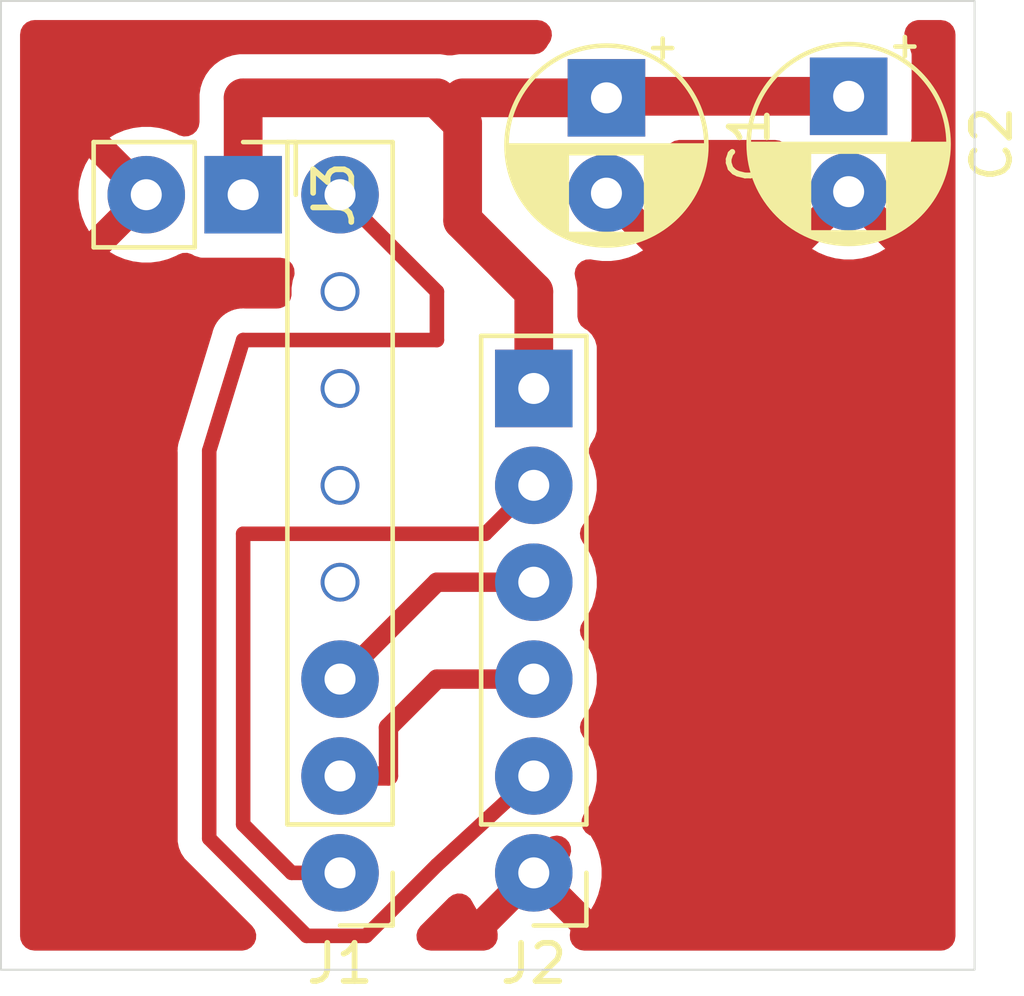
<source format=kicad_pcb>
(kicad_pcb (version 20241229) (generator "pcbnew") (generator_version "9.0")
  (layers (0 "F.Cu" signal) (2 "B.Cu" signal) (13 "F.Paste" user) (15 "B.Paste" user) (5 "F.SilkS" user "F.Silkscreen") (7 "B.SilkS" user "B.Silkscreen") (1 "F.Mask" user) (3 "B.Mask" user) (25 "Edge.Cuts" user))
  (net 0 "")
  (net 1 "G")
  (net 2 "3V3")
  (net 4 "MOSI")
  (net 6 "CLK")
  (net 9 "CS")
  (net 10 "MISO")
  (footprint "Connector_PinHeader_2.54mm:PinHeader_1x08_P2.54mm_Vertical" (layer "F.Cu") (at 8.89 22.86 180)
    (property "Reference" "J1" (at 0 -2.38 0) (layer "F.SilkS"))
    (property "Value" "esp_23-5")
    (fp_line (start 1.38 1.27) (end 1.38 19.16) (stroke (width 0.12)) (layer "F.SilkS"))
    (fp_line (start -1.38 19.16) (end 1.38 19.16) (stroke (width 0.12)) (layer "F.SilkS"))
    (fp_line (start -1.38 1.27) (end 1.38 1.27) (stroke (width 0.12)) (layer "F.SilkS"))
    (fp_line (start -1.38 1.27) (end -1.38 19.16) (stroke (width 0.12)) (layer "F.SilkS"))
    (fp_line (start -1.38 0) (end -1.38 -1.38) (stroke (width 0.12)) (layer "F.SilkS"))
    (fp_line (start -1.38 -1.38) (end 0 -1.38) (stroke (width 0.12)) (layer "F.SilkS"))
    (pad "1" thru_hole circle (at 0 0 180) (size 2.032 2.032) (drill 0.8128) (layers "*.Cu" "*.Mask") (net 9 "CS"))
    (pad "2" thru_hole circle (at 0 2.54 180) (size 2.032 2.032) (drill 0.8128) (layers "*.Cu" "*.Mask") (net 6 "CLK"))
    (pad "3" thru_hole circle (at 0 5.08 180) (size 2.032 2.032) (drill 0.8128) (layers "*.Cu" "*.Mask") (net 4 "MOSI"))
    (pad "4" thru_hole circle (at 0 7.62 180) (size 1.016 1.016) (drill 0.8128) (layers "*.Cu" "*.Mask"))
    (pad "5" thru_hole circle (at 0 10.16 180) (size 1.016 1.016) (drill 0.8128) (layers "*.Cu" "*.Mask"))
    (pad "6" thru_hole circle (at 0 12.7 180) (size 1.016 1.016) (drill 0.8128) (layers "*.Cu" "*.Mask"))
    (pad "7" thru_hole circle (at 0 15.24 180) (size 1.016 1.016) (drill 0.8128) (layers "*.Cu" "*.Mask"))
    (pad "8" thru_hole circle (at 0 17.78 180) (size 2.032 2.032) (drill 0.8128) (layers "*.Cu" "*.Mask") (net 10 "MISO"))
  )
  (footprint "Connector_PinHeader_2.54mm:PinHeader_1x06_P2.54mm_Vertical" (layer "F.Cu") (at 13.97 22.86 180)
    (property "Reference" "J2" (at 0 -2.38 0) (layer "F.SilkS"))
    (property "Value" "sd_reader")
    (fp_line (start 1.38 1.27) (end 1.38 14.08) (stroke (width 0.12)) (layer "F.SilkS"))
    (fp_line (start -1.38 14.08) (end 1.38 14.08) (stroke (width 0.12)) (layer "F.SilkS"))
    (fp_line (start -1.38 1.27) (end 1.38 1.27) (stroke (width 0.12)) (layer "F.SilkS"))
    (fp_line (start -1.38 1.27) (end -1.38 14.08) (stroke (width 0.12)) (layer "F.SilkS"))
    (fp_line (start -1.38 0) (end -1.38 -1.38) (stroke (width 0.12)) (layer "F.SilkS"))
    (fp_line (start -1.38 -1.38) (end 0 -1.38) (stroke (width 0.12)) (layer "F.SilkS"))
    (pad "1" thru_hole circle (at 0 0 180) (size 2.032 2.032) (drill 0.8128) (layers "*.Cu" "*.Mask") (net 1 "G"))
    (pad "2" thru_hole circle (at 0 2.54 180) (size 2.032 2.032) (drill 0.8128) (layers "*.Cu" "*.Mask") (net 10 "MISO"))
    (pad "3" thru_hole circle (at 0 5.08 180) (size 2.032 2.032) (drill 0.8128) (layers "*.Cu" "*.Mask") (net 6 "CLK"))
    (pad "4" thru_hole circle (at 0 7.62 180) (size 2.032 2.032) (drill 0.8128) (layers "*.Cu" "*.Mask") (net 4 "MOSI"))
    (pad "5" thru_hole circle (at 0 10.16 180) (size 2.032 2.032) (drill 0.8128) (layers "*.Cu" "*.Mask") (net 9 "CS"))
    (pad "6" thru_hole rect (at 0 12.7 180) (size 2.032 2.032) (drill 0.8128) (layers "*.Cu" "*.Mask") (net 2 "3V3"))
  )
  (footprint "Connector_PinHeader_2.54mm:PinHeader_1x02_P2.54mm_Vertical" (layer "F.Cu") (at 6.35 5.08 -90)
    (property "Reference" "J3" (at 0 -2.38 90) (layer "F.SilkS"))
    (property "Value" "PWR")
    (fp_line (start -1.38 3.92) (end 1.38 3.92) (stroke (width 0.12)) (layer "F.SilkS"))
    (fp_line (start -1.38 1.27) (end -1.38 3.92) (stroke (width 0.12)) (layer "F.SilkS"))
    (fp_line (start -1.38 1.27) (end 1.38 1.27) (stroke (width 0.12)) (layer "F.SilkS"))
    (fp_line (start 1.38 1.27) (end 1.38 3.92) (stroke (width 0.12)) (layer "F.SilkS"))
    (fp_line (start -1.38 0) (end -1.38 -1.38) (stroke (width 0.12)) (layer "F.SilkS"))
    (fp_line (start -1.38 -1.38) (end 0 -1.38) (stroke (width 0.12)) (layer "F.SilkS"))
    (pad "1" thru_hole rect (at 0 0 270) (size 2.032 2.032) (drill 0.8128) (layers "*.Cu" "*.Mask") (net 2 "3V3"))
    (pad "2" thru_hole circle (at 0 2.54 270) (size 2.032 2.032) (drill 0.8128) (layers "*.Cu" "*.Mask") (net 1 "G"))
  )
  (footprint "Capacitor_THT:CP_Radial_D5.0mm_P2.50mm" (layer "F.Cu") (at 15.875 2.54 -90)
    (property "Reference" "C1" (at 1.25 -3.75 90) (layer "F.SilkS"))
    (property "Value" "0.1")
    (fp_line (start 1.49 1.04) (end 1.49 2.569) (stroke (width 0.12)) (layer "F.SilkS"))
    (fp_line (start 1.53 1.04) (end 1.53 2.565) (stroke (width 0.12)) (layer "F.SilkS"))
    (fp_line (start 1.57 1.04) (end 1.57 2.56) (stroke (width 0.12)) (layer "F.SilkS"))
    (fp_line (start 1.61 1.04) (end 1.61 2.555) (stroke (width 0.12)) (layer "F.SilkS"))
    (fp_line (start 1.65 1.04) (end 1.65 2.549) (stroke (width 0.12)) (layer "F.SilkS"))
    (fp_line (start 1.69 1.04) (end 1.69 2.543) (stroke (width 0.12)) (layer "F.SilkS"))
    (fp_line (start 1.73 1.04) (end 1.73 2.536) (stroke (width 0.12)) (layer "F.SilkS"))
    (fp_line (start 1.77 1.04) (end 1.77 2.528) (stroke (width 0.12)) (layer "F.SilkS"))
    (fp_line (start 1.81 1.04) (end 1.81 2.519) (stroke (width 0.12)) (layer "F.SilkS"))
    (fp_line (start 1.85 1.04) (end 1.85 2.51) (stroke (width 0.12)) (layer "F.SilkS"))
    (fp_line (start 1.89 1.04) (end 1.89 2.501) (stroke (width 0.12)) (layer "F.SilkS"))
    (fp_line (start 1.93 1.04) (end 1.93 2.49) (stroke (width 0.12)) (layer "F.SilkS"))
    (fp_line (start 1.97 1.04) (end 1.97 2.479) (stroke (width 0.12)) (layer "F.SilkS"))
    (fp_line (start 2.01 1.04) (end 2.01 2.467) (stroke (width 0.12)) (layer "F.SilkS"))
    (fp_line (start 2.05 1.04) (end 2.05 2.455) (stroke (width 0.12)) (layer "F.SilkS"))
    (fp_line (start 2.09 1.04) (end 2.09 2.442) (stroke (width 0.12)) (layer "F.SilkS"))
    (fp_line (start 2.13 1.04) (end 2.13 2.428) (stroke (width 0.12)) (layer "F.SilkS"))
    (fp_line (start 2.17 1.04) (end 2.17 2.413) (stroke (width 0.12)) (layer "F.SilkS"))
    (fp_line (start 2.21 1.04) (end 2.21 2.398) (stroke (width 0.12)) (layer "F.SilkS"))
    (fp_line (start 2.25 1.04) (end 2.25 2.382) (stroke (width 0.12)) (layer "F.SilkS"))
    (fp_line (start 2.29 1.04) (end 2.29 2.365) (stroke (width 0.12)) (layer "F.SilkS"))
    (fp_line (start 2.33 1.04) (end 2.33 2.347) (stroke (width 0.12)) (layer "F.SilkS"))
    (fp_line (start 2.37 1.04) (end 2.37 2.329) (stroke (width 0.12)) (layer "F.SilkS"))
    (fp_line (start 2.41 1.04) (end 2.41 2.309) (stroke (width 0.12)) (layer "F.SilkS"))
    (fp_line (start 2.45 1.04) (end 2.45 2.289) (stroke (width 0.12)) (layer "F.SilkS"))
    (fp_line (start 2.49 1.04) (end 2.49 2.268) (stroke (width 0.12)) (layer "F.SilkS"))
    (fp_line (start 2.53 1.04) (end 2.53 2.246) (stroke (width 0.12)) (layer "F.SilkS"))
    (fp_line (start 2.57 1.04) (end 2.57 2.223) (stroke (width 0.12)) (layer "F.SilkS"))
    (fp_line (start 2.61 1.04) (end 2.61 2.199) (stroke (width 0.12)) (layer "F.SilkS"))
    (fp_line (start 2.65 1.04) (end 2.65 2.175) (stroke (width 0.12)) (layer "F.SilkS"))
    (fp_line (start 2.69 1.04) (end 2.69 2.149) (stroke (width 0.12)) (layer "F.SilkS"))
    (fp_line (start 2.73 1.04) (end 2.73 2.122) (stroke (width 0.12)) (layer "F.SilkS"))
    (fp_line (start 2.77 1.04) (end 2.77 2.094) (stroke (width 0.12)) (layer "F.SilkS"))
    (fp_line (start 2.81 1.04) (end 2.81 2.065) (stroke (width 0.12)) (layer "F.SilkS"))
    (fp_line (start 2.85 1.04) (end 2.85 2.035) (stroke (width 0.12)) (layer "F.SilkS"))
    (fp_line (start 2.89 1.04) (end 2.89 2.003) (stroke (width 0.12)) (layer "F.SilkS"))
    (fp_line (start 2.93 1.04) (end 2.93 1.97) (stroke (width 0.12)) (layer "F.SilkS"))
    (fp_line (start 2.97 1.04) (end 2.97 1.936) (stroke (width 0.12)) (layer "F.SilkS"))
    (fp_line (start 3.01 1.04) (end 3.01 1.901) (stroke (width 0.12)) (layer "F.SilkS"))
    (fp_line (start 3.05 1.04) (end 3.05 1.864) (stroke (width 0.12)) (layer "F.SilkS"))
    (fp_line (start 3.09 1.04) (end 3.09 1.825) (stroke (width 0.12)) (layer "F.SilkS"))
    (fp_line (start 3.13 1.04) (end 3.13 1.785) (stroke (width 0.12)) (layer "F.SilkS"))
    (fp_line (start 3.17 1.04) (end 3.17 1.743) (stroke (width 0.12)) (layer "F.SilkS"))
    (fp_line (start 3.21 1.04) (end 3.21 1.699) (stroke (width 0.12)) (layer "F.SilkS"))
    (fp_line (start 3.25 1.04) (end 3.25 1.652) (stroke (width 0.12)) (layer "F.SilkS"))
    (fp_line (start 3.29 1.04) (end 3.29 1.604) (stroke (width 0.12)) (layer "F.SilkS"))
    (fp_line (start 3.33 1.04) (end 3.33 1.553) (stroke (width 0.12)) (layer "F.SilkS"))
    (fp_line (start 3.37 1.04) (end 3.37 1.499) (stroke (width 0.12)) (layer "F.SilkS"))
    (fp_line (start 3.41 1.04) (end 3.41 1.443) (stroke (width 0.12)) (layer "F.SilkS"))
    (fp_line (start 3.45 1.04) (end 3.45 1.383) (stroke (width 0.12)) (layer "F.SilkS"))
    (fp_line (start 3.49 1.04) (end 3.49 1.319) (stroke (width 0.12)) (layer "F.SilkS"))
    (fp_line (start 3.53 1.04) (end 3.53 1.251) (stroke (width 0.12)) (layer "F.SilkS"))
    (fp_line (start 3.85 -0.283) (end 3.85 0.283) (stroke (width 0.12)) (layer "F.SilkS"))
    (fp_line (start 3.81 -0.517) (end 3.81 0.517) (stroke (width 0.12)) (layer "F.SilkS"))
    (fp_line (start 3.77 -0.677) (end 3.77 0.677) (stroke (width 0.12)) (layer "F.SilkS"))
    (fp_line (start 3.73 -0.805) (end 3.73 0.805) (stroke (width 0.12)) (layer "F.SilkS"))
    (fp_line (start 3.69 -0.914) (end 3.69 0.914) (stroke (width 0.12)) (layer "F.SilkS"))
    (fp_line (start 3.65 -1.011) (end 3.65 1.011) (stroke (width 0.12)) (layer "F.SilkS"))
    (fp_line (start 3.61 -1.098) (end 3.61 1.098) (stroke (width 0.12)) (layer "F.SilkS"))
    (fp_line (start 3.57 -1.177) (end 3.57 1.177) (stroke (width 0.12)) (layer "F.SilkS"))
    (fp_line (start 3.53 -1.251) (end 3.53 -1.04) (stroke (width 0.12)) (layer "F.SilkS"))
    (fp_line (start 3.49 -1.319) (end 3.49 -1.04) (stroke (width 0.12)) (layer "F.SilkS"))
    (fp_line (start 3.45 -1.383) (end 3.45 -1.04) (stroke (width 0.12)) (layer "F.SilkS"))
    (fp_line (start 3.41 -1.443) (end 3.41 -1.04) (stroke (width 0.12)) (layer "F.SilkS"))
    (fp_line (start -1.554775 -1.475) (end -1.054775 -1.475) (stroke (width 0.12)) (layer "F.SilkS"))
    (fp_line (start 3.37 -1.499) (end 3.37 -1.04) (stroke (width 0.12)) (layer "F.SilkS"))
    (fp_line (start 3.33 -1.553) (end 3.33 -1.04) (stroke (width 0.12)) (layer "F.SilkS"))
    (fp_line (start 3.29 -1.604) (end 3.29 -1.04) (stroke (width 0.12)) (layer "F.SilkS"))
    (fp_line (start 3.25 -1.652) (end 3.25 -1.04) (stroke (width 0.12)) (layer "F.SilkS"))
    (fp_line (start 3.21 -1.699) (end 3.21 -1.04) (stroke (width 0.12)) (layer "F.SilkS"))
    (fp_line (start -1.304775 -1.725) (end -1.304775 -1.225) (stroke (width 0.12)) (layer "F.SilkS"))
    (fp_line (start 3.17 -1.743) (end 3.17 -1.04) (stroke (width 0.12)) (layer "F.SilkS"))
    (fp_line (start 3.13 -1.785) (end 3.13 -1.04) (stroke (width 0.12)) (layer "F.SilkS"))
    (fp_line (start 3.09 -1.825) (end 3.09 -1.04) (stroke (width 0.12)) (layer "F.SilkS"))
    (fp_line (start 3.05 -1.864) (end 3.05 -1.04) (stroke (width 0.12)) (layer "F.SilkS"))
    (fp_line (start 3.01 -1.901) (end 3.01 -1.04) (stroke (width 0.12)) (layer "F.SilkS"))
    (fp_line (start 2.97 -1.936) (end 2.97 -1.04) (stroke (width 0.12)) (layer "F.SilkS"))
    (fp_line (start 2.93 -1.97) (end 2.93 -1.04) (stroke (width 0.12)) (layer "F.SilkS"))
    (fp_line (start 2.89 -2.003) (end 2.89 -1.04) (stroke (width 0.12)) (layer "F.SilkS"))
    (fp_line (start 2.85 -2.035) (end 2.85 -1.04) (stroke (width 0.12)) (layer "F.SilkS"))
    (fp_line (start 2.81 -2.065) (end 2.81 -1.04) (stroke (width 0.12)) (layer "F.SilkS"))
    (fp_line (start 2.77 -2.094) (end 2.77 -1.04) (stroke (width 0.12)) (layer "F.SilkS"))
    (fp_line (start 2.73 -2.122) (end 2.73 -1.04) (stroke (width 0.12)) (layer "F.SilkS"))
    (fp_line (start 2.69 -2.149) (end 2.69 -1.04) (stroke (width 0.12)) (layer "F.SilkS"))
    (fp_line (start 2.65 -2.175) (end 2.65 -1.04) (stroke (width 0.12)) (layer "F.SilkS"))
    (fp_line (start 2.61 -2.199) (end 2.61 -1.04) (stroke (width 0.12)) (layer "F.SilkS"))
    (fp_line (start 2.57 -2.223) (end 2.57 -1.04) (stroke (width 0.12)) (layer "F.SilkS"))
    (fp_line (start 2.53 -2.246) (end 2.53 -1.04) (stroke (width 0.12)) (layer "F.SilkS"))
    (fp_line (start 2.49 -2.268) (end 2.49 -1.04) (stroke (width 0.12)) (layer "F.SilkS"))
    (fp_line (start 2.45 -2.289) (end 2.45 -1.04) (stroke (width 0.12)) (layer "F.SilkS"))
    (fp_line (start 2.41 -2.309) (end 2.41 -1.04) (stroke (width 0.12)) (layer "F.SilkS"))
    (fp_line (start 2.37 -2.329) (end 2.37 -1.04) (stroke (width 0.12)) (layer "F.SilkS"))
    (fp_line (start 2.33 -2.347) (end 2.33 -1.04) (stroke (width 0.12)) (layer "F.SilkS"))
    (fp_line (start 2.29 -2.365) (end 2.29 -1.04) (stroke (width 0.12)) (layer "F.SilkS"))
    (fp_line (start 2.25 -2.382) (end 2.25 -1.04) (stroke (width 0.12)) (layer "F.SilkS"))
    (fp_line (start 2.21 -2.398) (end 2.21 -1.04) (stroke (width 0.12)) (layer "F.SilkS"))
    (fp_line (start 2.17 -2.413) (end 2.17 -1.04) (stroke (width 0.12)) (layer "F.SilkS"))
    (fp_line (start 2.13 -2.428) (end 2.13 -1.04) (stroke (width 0.12)) (layer "F.SilkS"))
    (fp_line (start 2.09 -2.442) (end 2.09 -1.04) (stroke (width 0.12)) (layer "F.SilkS"))
    (fp_line (start 2.05 -2.455) (end 2.05 -1.04) (stroke (width 0.12)) (layer "F.SilkS"))
    (fp_line (start 2.01 -2.467) (end 2.01 -1.04) (stroke (width 0.12)) (layer "F.SilkS"))
    (fp_line (start 1.97 -2.479) (end 1.97 -1.04) (stroke (width 0.12)) (layer "F.SilkS"))
    (fp_line (start 1.93 -2.49) (end 1.93 -1.04) (stroke (width 0.12)) (layer "F.SilkS"))
    (fp_line (start 1.89 -2.501) (end 1.89 -1.04) (stroke (width 0.12)) (layer "F.SilkS"))
    (fp_line (start 1.85 -2.51) (end 1.85 -1.04) (stroke (width 0.12)) (layer "F.SilkS"))
    (fp_line (start 1.81 -2.519) (end 1.81 -1.04) (stroke (width 0.12)) (layer "F.SilkS"))
    (fp_line (start 1.77 -2.528) (end 1.77 -1.04) (stroke (width 0.12)) (layer "F.SilkS"))
    (fp_line (start 1.73 -2.536) (end 1.73 -1.04) (stroke (width 0.12)) (layer "F.SilkS"))
    (fp_line (start 1.69 -2.543) (end 1.69 -1.04) (stroke (width 0.12)) (layer "F.SilkS"))
    (fp_line (start 1.65 -2.549) (end 1.65 -1.04) (stroke (width 0.12)) (layer "F.SilkS"))
    (fp_line (start 1.61 -2.555) (end 1.61 -1.04) (stroke (width 0.12)) (layer "F.SilkS"))
    (fp_line (start 1.57 -2.56) (end 1.57 -1.04) (stroke (width 0.12)) (layer "F.SilkS"))
    (fp_line (start 1.53 -2.565) (end 1.53 -1.04) (stroke (width 0.12)) (layer "F.SilkS"))
    (fp_line (start 1.49 -2.569) (end 1.49 -1.04) (stroke (width 0.12)) (layer "F.SilkS"))
    (fp_line (start 1.45 -2.572) (end 1.45 2.572) (stroke (width 0.12)) (layer "F.SilkS"))
    (fp_line (start 1.41 -2.575) (end 1.41 2.575) (stroke (width 0.12)) (layer "F.SilkS"))
    (fp_line (start 1.37 -2.577) (end 1.37 2.577) (stroke (width 0.12)) (layer "F.SilkS"))
    (fp_line (start 1.33 -2.579) (end 1.33 2.579) (stroke (width 0.12)) (layer "F.SilkS"))
    (fp_line (start 1.25 -2.58) (end 1.25 2.58) (stroke (width 0.12)) (layer "F.SilkS"))
    (fp_line (start 1.29 -2.58) (end 1.29 2.58) (stroke (width 0.12)) (layer "F.SilkS"))
    (fp_circle (center 1.25 0) (end 3.87 0) (stroke (width 0.12)) (fill no) (layer "F.SilkS"))
    (pad "1" thru_hole rect (at 0 0 270) (size 2.032 2.032) (drill 0.8128) (layers "*.Cu" "*.Mask") (net 2 "3V3"))
    (pad "2" thru_hole circle (at 2.5 0 270) (size 2.032 2.032) (drill 0.8128) (layers "*.Cu" "*.Mask") (net 1 "G"))
  )
  (footprint "Capacitor_THT:CP_Radial_D5.0mm_P2.50mm" (layer "F.Cu") (at 22.225 2.5 -90)
    (property "Reference" "C2" (at 1.25 -3.75 90) (layer "F.SilkS"))
    (property "Value" "10")
    (fp_line (start 1.49 1.04) (end 1.49 2.569) (stroke (width 0.12)) (layer "F.SilkS"))
    (fp_line (start 1.53 1.04) (end 1.53 2.565) (stroke (width 0.12)) (layer "F.SilkS"))
    (fp_line (start 1.57 1.04) (end 1.57 2.56) (stroke (width 0.12)) (layer "F.SilkS"))
    (fp_line (start 1.61 1.04) (end 1.61 2.555) (stroke (width 0.12)) (layer "F.SilkS"))
    (fp_line (start 1.65 1.04) (end 1.65 2.549) (stroke (width 0.12)) (layer "F.SilkS"))
    (fp_line (start 1.69 1.04) (end 1.69 2.543) (stroke (width 0.12)) (layer "F.SilkS"))
    (fp_line (start 1.73 1.04) (end 1.73 2.536) (stroke (width 0.12)) (layer "F.SilkS"))
    (fp_line (start 1.77 1.04) (end 1.77 2.528) (stroke (width 0.12)) (layer "F.SilkS"))
    (fp_line (start 1.81 1.04) (end 1.81 2.519) (stroke (width 0.12)) (layer "F.SilkS"))
    (fp_line (start 1.85 1.04) (end 1.85 2.51) (stroke (width 0.12)) (layer "F.SilkS"))
    (fp_line (start 1.89 1.04) (end 1.89 2.501) (stroke (width 0.12)) (layer "F.SilkS"))
    (fp_line (start 1.93 1.04) (end 1.93 2.49) (stroke (width 0.12)) (layer "F.SilkS"))
    (fp_line (start 1.97 1.04) (end 1.97 2.479) (stroke (width 0.12)) (layer "F.SilkS"))
    (fp_line (start 2.01 1.04) (end 2.01 2.467) (stroke (width 0.12)) (layer "F.SilkS"))
    (fp_line (start 2.05 1.04) (end 2.05 2.455) (stroke (width 0.12)) (layer "F.SilkS"))
    (fp_line (start 2.09 1.04) (end 2.09 2.442) (stroke (width 0.12)) (layer "F.SilkS"))
    (fp_line (start 2.13 1.04) (end 2.13 2.428) (stroke (width 0.12)) (layer "F.SilkS"))
    (fp_line (start 2.17 1.04) (end 2.17 2.413) (stroke (width 0.12)) (layer "F.SilkS"))
    (fp_line (start 2.21 1.04) (end 2.21 2.398) (stroke (width 0.12)) (layer "F.SilkS"))
    (fp_line (start 2.25 1.04) (end 2.25 2.382) (stroke (width 0.12)) (layer "F.SilkS"))
    (fp_line (start 2.29 1.04) (end 2.29 2.365) (stroke (width 0.12)) (layer "F.SilkS"))
    (fp_line (start 2.33 1.04) (end 2.33 2.347) (stroke (width 0.12)) (layer "F.SilkS"))
    (fp_line (start 2.37 1.04) (end 2.37 2.329) (stroke (width 0.12)) (layer "F.SilkS"))
    (fp_line (start 2.41 1.04) (end 2.41 2.309) (stroke (width 0.12)) (layer "F.SilkS"))
    (fp_line (start 2.45 1.04) (end 2.45 2.289) (stroke (width 0.12)) (layer "F.SilkS"))
    (fp_line (start 2.49 1.04) (end 2.49 2.268) (stroke (width 0.12)) (layer "F.SilkS"))
    (fp_line (start 2.53 1.04) (end 2.53 2.246) (stroke (width 0.12)) (layer "F.SilkS"))
    (fp_line (start 2.57 1.04) (end 2.57 2.223) (stroke (width 0.12)) (layer "F.SilkS"))
    (fp_line (start 2.61 1.04) (end 2.61 2.199) (stroke (width 0.12)) (layer "F.SilkS"))
    (fp_line (start 2.65 1.04) (end 2.65 2.175) (stroke (width 0.12)) (layer "F.SilkS"))
    (fp_line (start 2.69 1.04) (end 2.69 2.149) (stroke (width 0.12)) (layer "F.SilkS"))
    (fp_line (start 2.73 1.04) (end 2.73 2.122) (stroke (width 0.12)) (layer "F.SilkS"))
    (fp_line (start 2.77 1.04) (end 2.77 2.094) (stroke (width 0.12)) (layer "F.SilkS"))
    (fp_line (start 2.81 1.04) (end 2.81 2.065) (stroke (width 0.12)) (layer "F.SilkS"))
    (fp_line (start 2.85 1.04) (end 2.85 2.035) (stroke (width 0.12)) (layer "F.SilkS"))
    (fp_line (start 2.89 1.04) (end 2.89 2.003) (stroke (width 0.12)) (layer "F.SilkS"))
    (fp_line (start 2.93 1.04) (end 2.93 1.97) (stroke (width 0.12)) (layer "F.SilkS"))
    (fp_line (start 2.97 1.04) (end 2.97 1.936) (stroke (width 0.12)) (layer "F.SilkS"))
    (fp_line (start 3.01 1.04) (end 3.01 1.901) (stroke (width 0.12)) (layer "F.SilkS"))
    (fp_line (start 3.05 1.04) (end 3.05 1.864) (stroke (width 0.12)) (layer "F.SilkS"))
    (fp_line (start 3.09 1.04) (end 3.09 1.825) (stroke (width 0.12)) (layer "F.SilkS"))
    (fp_line (start 3.13 1.04) (end 3.13 1.785) (stroke (width 0.12)) (layer "F.SilkS"))
    (fp_line (start 3.17 1.04) (end 3.17 1.743) (stroke (width 0.12)) (layer "F.SilkS"))
    (fp_line (start 3.21 1.04) (end 3.21 1.699) (stroke (width 0.12)) (layer "F.SilkS"))
    (fp_line (start 3.25 1.04) (end 3.25 1.652) (stroke (width 0.12)) (layer "F.SilkS"))
    (fp_line (start 3.29 1.04) (end 3.29 1.604) (stroke (width 0.12)) (layer "F.SilkS"))
    (fp_line (start 3.33 1.04) (end 3.33 1.553) (stroke (width 0.12)) (layer "F.SilkS"))
    (fp_line (start 3.37 1.04) (end 3.37 1.499) (stroke (width 0.12)) (layer "F.SilkS"))
    (fp_line (start 3.41 1.04) (end 3.41 1.443) (stroke (width 0.12)) (layer "F.SilkS"))
    (fp_line (start 3.45 1.04) (end 3.45 1.383) (stroke (width 0.12)) (layer "F.SilkS"))
    (fp_line (start 3.49 1.04) (end 3.49 1.319) (stroke (width 0.12)) (layer "F.SilkS"))
    (fp_line (start 3.53 1.04) (end 3.53 1.251) (stroke (width 0.12)) (layer "F.SilkS"))
    (fp_line (start 3.85 -0.283) (end 3.85 0.283) (stroke (width 0.12)) (layer "F.SilkS"))
    (fp_line (start 3.81 -0.517) (end 3.81 0.517) (stroke (width 0.12)) (layer "F.SilkS"))
    (fp_line (start 3.77 -0.677) (end 3.77 0.677) (stroke (width 0.12)) (layer "F.SilkS"))
    (fp_line (start 3.73 -0.805) (end 3.73 0.805) (stroke (width 0.12)) (layer "F.SilkS"))
    (fp_line (start 3.69 -0.914) (end 3.69 0.914) (stroke (width 0.12)) (layer "F.SilkS"))
    (fp_line (start 3.65 -1.011) (end 3.65 1.011) (stroke (width 0.12)) (layer "F.SilkS"))
    (fp_line (start 3.61 -1.098) (end 3.61 1.098) (stroke (width 0.12)) (layer "F.SilkS"))
    (fp_line (start 3.57 -1.177) (end 3.57 1.177) (stroke (width 0.12)) (layer "F.SilkS"))
    (fp_line (start 3.53 -1.251) (end 3.53 -1.04) (stroke (width 0.12)) (layer "F.SilkS"))
    (fp_line (start 3.49 -1.319) (end 3.49 -1.04) (stroke (width 0.12)) (layer "F.SilkS"))
    (fp_line (start 3.45 -1.383) (end 3.45 -1.04) (stroke (width 0.12)) (layer "F.SilkS"))
    (fp_line (start 3.41 -1.443) (end 3.41 -1.04) (stroke (width 0.12)) (layer "F.SilkS"))
    (fp_line (start -1.554775 -1.475) (end -1.054775 -1.475) (stroke (width 0.12)) (layer "F.SilkS"))
    (fp_line (start 3.37 -1.499) (end 3.37 -1.04) (stroke (width 0.12)) (layer "F.SilkS"))
    (fp_line (start 3.33 -1.553) (end 3.33 -1.04) (stroke (width 0.12)) (layer "F.SilkS"))
    (fp_line (start 3.29 -1.604) (end 3.29 -1.04) (stroke (width 0.12)) (layer "F.SilkS"))
    (fp_line (start 3.25 -1.652) (end 3.25 -1.04) (stroke (width 0.12)) (layer "F.SilkS"))
    (fp_line (start 3.21 -1.699) (end 3.21 -1.04) (stroke (width 0.12)) (layer "F.SilkS"))
    (fp_line (start -1.304775 -1.725) (end -1.304775 -1.225) (stroke (width 0.12)) (layer "F.SilkS"))
    (fp_line (start 3.17 -1.743) (end 3.17 -1.04) (stroke (width 0.12)) (layer "F.SilkS"))
    (fp_line (start 3.13 -1.785) (end 3.13 -1.04) (stroke (width 0.12)) (layer "F.SilkS"))
    (fp_line (start 3.09 -1.825) (end 3.09 -1.04) (stroke (width 0.12)) (layer "F.SilkS"))
    (fp_line (start 3.05 -1.864) (end 3.05 -1.04) (stroke (width 0.12)) (layer "F.SilkS"))
    (fp_line (start 3.01 -1.901) (end 3.01 -1.04) (stroke (width 0.12)) (layer "F.SilkS"))
    (fp_line (start 2.97 -1.936) (end 2.97 -1.04) (stroke (width 0.12)) (layer "F.SilkS"))
    (fp_line (start 2.93 -1.97) (end 2.93 -1.04) (stroke (width 0.12)) (layer "F.SilkS"))
    (fp_line (start 2.89 -2.003) (end 2.89 -1.04) (stroke (width 0.12)) (layer "F.SilkS"))
    (fp_line (start 2.85 -2.035) (end 2.85 -1.04) (stroke (width 0.12)) (layer "F.SilkS"))
    (fp_line (start 2.81 -2.065) (end 2.81 -1.04) (stroke (width 0.12)) (layer "F.SilkS"))
    (fp_line (start 2.77 -2.094) (end 2.77 -1.04) (stroke (width 0.12)) (layer "F.SilkS"))
    (fp_line (start 2.73 -2.122) (end 2.73 -1.04) (stroke (width 0.12)) (layer "F.SilkS"))
    (fp_line (start 2.69 -2.149) (end 2.69 -1.04) (stroke (width 0.12)) (layer "F.SilkS"))
    (fp_line (start 2.65 -2.175) (end 2.65 -1.04) (stroke (width 0.12)) (layer "F.SilkS"))
    (fp_line (start 2.61 -2.199) (end 2.61 -1.04) (stroke (width 0.12)) (layer "F.SilkS"))
    (fp_line (start 2.57 -2.223) (end 2.57 -1.04) (stroke (width 0.12)) (layer "F.SilkS"))
    (fp_line (start 2.53 -2.246) (end 2.53 -1.04) (stroke (width 0.12)) (layer "F.SilkS"))
    (fp_line (start 2.49 -2.268) (end 2.49 -1.04) (stroke (width 0.12)) (layer "F.SilkS"))
    (fp_line (start 2.45 -2.289) (end 2.45 -1.04) (stroke (width 0.12)) (layer "F.SilkS"))
    (fp_line (start 2.41 -2.309) (end 2.41 -1.04) (stroke (width 0.12)) (layer "F.SilkS"))
    (fp_line (start 2.37 -2.329) (end 2.37 -1.04) (stroke (width 0.12)) (layer "F.SilkS"))
    (fp_line (start 2.33 -2.347) (end 2.33 -1.04) (stroke (width 0.12)) (layer "F.SilkS"))
    (fp_line (start 2.29 -2.365) (end 2.29 -1.04) (stroke (width 0.12)) (layer "F.SilkS"))
    (fp_line (start 2.25 -2.382) (end 2.25 -1.04) (stroke (width 0.12)) (layer "F.SilkS"))
    (fp_line (start 2.21 -2.398) (end 2.21 -1.04) (stroke (width 0.12)) (layer "F.SilkS"))
    (fp_line (start 2.17 -2.413) (end 2.17 -1.04) (stroke (width 0.12)) (layer "F.SilkS"))
    (fp_line (start 2.13 -2.428) (end 2.13 -1.04) (stroke (width 0.12)) (layer "F.SilkS"))
    (fp_line (start 2.09 -2.442) (end 2.09 -1.04) (stroke (width 0.12)) (layer "F.SilkS"))
    (fp_line (start 2.05 -2.455) (end 2.05 -1.04) (stroke (width 0.12)) (layer "F.SilkS"))
    (fp_line (start 2.01 -2.467) (end 2.01 -1.04) (stroke (width 0.12)) (layer "F.SilkS"))
    (fp_line (start 1.97 -2.479) (end 1.97 -1.04) (stroke (width 0.12)) (layer "F.SilkS"))
    (fp_line (start 1.93 -2.49) (end 1.93 -1.04) (stroke (width 0.12)) (layer "F.SilkS"))
    (fp_line (start 1.89 -2.501) (end 1.89 -1.04) (stroke (width 0.12)) (layer "F.SilkS"))
    (fp_line (start 1.85 -2.51) (end 1.85 -1.04) (stroke (width 0.12)) (layer "F.SilkS"))
    (fp_line (start 1.81 -2.519) (end 1.81 -1.04) (stroke (width 0.12)) (layer "F.SilkS"))
    (fp_line (start 1.77 -2.528) (end 1.77 -1.04) (stroke (width 0.12)) (layer "F.SilkS"))
    (fp_line (start 1.73 -2.536) (end 1.73 -1.04) (stroke (width 0.12)) (layer "F.SilkS"))
    (fp_line (start 1.69 -2.543) (end 1.69 -1.04) (stroke (width 0.12)) (layer "F.SilkS"))
    (fp_line (start 1.65 -2.549) (end 1.65 -1.04) (stroke (width 0.12)) (layer "F.SilkS"))
    (fp_line (start 1.61 -2.555) (end 1.61 -1.04) (stroke (width 0.12)) (layer "F.SilkS"))
    (fp_line (start 1.57 -2.56) (end 1.57 -1.04) (stroke (width 0.12)) (layer "F.SilkS"))
    (fp_line (start 1.53 -2.565) (end 1.53 -1.04) (stroke (width 0.12)) (layer "F.SilkS"))
    (fp_line (start 1.49 -2.569) (end 1.49 -1.04) (stroke (width 0.12)) (layer "F.SilkS"))
    (fp_line (start 1.45 -2.572) (end 1.45 2.572) (stroke (width 0.12)) (layer "F.SilkS"))
    (fp_line (start 1.41 -2.575) (end 1.41 2.575) (stroke (width 0.12)) (layer "F.SilkS"))
    (fp_line (start 1.37 -2.577) (end 1.37 2.577) (stroke (width 0.12)) (layer "F.SilkS"))
    (fp_line (start 1.33 -2.579) (end 1.33 2.579) (stroke (width 0.12)) (layer "F.SilkS"))
    (fp_line (start 1.25 -2.58) (end 1.25 2.58) (stroke (width 0.12)) (layer "F.SilkS"))
    (fp_line (start 1.29 -2.58) (end 1.29 2.58) (stroke (width 0.12)) (layer "F.SilkS"))
    (fp_circle (center 1.25 0) (end 3.87 0) (stroke (width 0.12)) (fill no) (layer "F.SilkS"))
    (pad "1" thru_hole rect (at 0 0 270) (size 2.032 2.032) (drill 0.8128) (layers "*.Cu" "*.Mask") (net 2 "3V3"))
    (pad "2" thru_hole circle (at 2.5 0 270) (size 2.032 2.032) (drill 0.8128) (layers "*.Cu" "*.Mask") (net 1 "G"))
  )
  (gr_rect (start 0 0) (end 25.527 25.4) (stroke (width 0.05)) (fill no) (layer "Edge.Cuts"))
  (segment (start 11.43 2.54) (end 6.35 2.54) (width 1.016) (layer "F.Cu") (net 2))
  (segment (start 13.97 7.62) (end 13.97 10.16) (width 1.016) (layer "F.Cu") (net 2))
  (segment (start 15.875 2.54) (end 12.105 2.54) (width 1.016) (layer "F.Cu") (net 2))
  (segment (start 12.105 3.215) (end 12.105 5.755) (width 1.016) (layer "F.Cu") (net 2))
  (segment (start 12.105 5.755) (end 13.97 7.62) (width 1.016) (layer "F.Cu") (net 2))
  (segment (start 6.35 2.54) (end 6.35 5.08) (width 1.016) (layer "F.Cu") (net 2))
  (segment (start 15.915 3.175) (end 15.875 3.215) (width 0.508) (layer "F.Cu") (net 2))
  (segment (start 12.105 3.215) (end 11.43 2.54) (width 1.016) (layer "F.Cu") (net 2))
  (segment (start 22.225 2.5) (end 15.915 2.5) (width 1.016) (layer "F.Cu") (net 2))
  (segment (start 11.43 15.24) (end 13.97 15.24) (width 0.508) (layer "F.Cu") (net 4))
  (segment (start 8.89 17.78) (end 11.43 15.24) (width 0.508) (layer "F.Cu") (net 4))
  (segment (start 13.97 17.78) (end 11.43 17.78) (width 0.508) (layer "F.Cu") (net 6))
  (segment (start 10.16 19.05) (end 10.16 20.32) (width 0.508) (layer "F.Cu") (net 6))
  (segment (start 10.16 20.32) (end 8.89 20.32) (width 0.508) (layer "F.Cu") (net 6))
  (segment (start 11.43 17.78) (end 10.16 19.05) (width 0.508) (layer "F.Cu") (net 6))
  (segment (start 6.35 13.97) (end 6.35 21.59) (width 0.381) (layer "F.Cu") (net 9))
  (segment (start 13.97 12.7) (end 12.7 13.97) (width 0.381) (layer "F.Cu") (net 9))
  (segment (start 6.35 21.59) (end 7.62 22.86) (width 0.381) (layer "F.Cu") (net 9))
  (segment (start 7.62 22.86) (end 8.89 22.86) (width 0.381) (layer "F.Cu") (net 9))
  (segment (start 12.7 13.97) (end 6.35 13.97) (width 0.381) (layer "F.Cu") (net 9))
  (segment (start 11.43 22.656281) (end 13.97 20.32) (width 0.381) (layer "F.Cu") (net 10))
  (segment (start 11.43 7.62) (end 11.43 8.89) (width 0.381) (layer "F.Cu") (net 10))
  (segment (start 11.43 8.89) (end 6.35 8.89) (width 0.381) (layer "F.Cu") (net 10))
  (segment (start 8.89 5.08) (end 11.43 7.62) (width 0.381) (layer "F.Cu") (net 10))
  (segment (start 5.46 11.792534) (end 5.46 21.95865) (width 0.381) (layer "F.Cu") (net 10))
  (segment (start 6.35 8.89) (end 5.46 11.792534) (width 0.381) (layer "F.Cu") (net 10))
  (segment (start 8.01335 24.512) (end 9.574281 24.512) (width 0.381) (layer "F.Cu") (net 10))
  (segment (start 5.46 21.95865) (end 8.01335 24.512) (width 0.381) (layer "F.Cu") (net 10))
  (segment (start 9.574281 24.512) (end 11.43 22.656281) (width 0.381) (layer "F.Cu") (net 10))
  (zone (net 1) (net_name "G") (layer "F.Cu") (connect_pads (clearance 0.635)) (min_thickness 0.762) (fill yes (thermal_gap 0.762) (thermal_bridge_width 0.762))
    (polygon (pts (xy 0 0) (xy 25.4 0) (xy 25.4 25.4) (xy 0 25.4)))
  )
)
</source>
